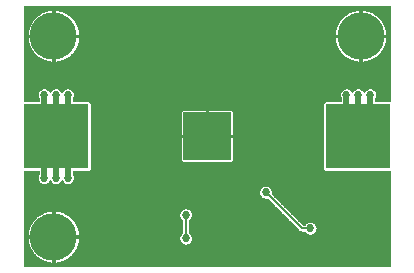
<source format=gbl>
%FSLAX33Y33*%
%MOMM*%
%AMRect-W5500000-H5500000-RO1.000*
21,1,5.5,5.5,0.,0.,180*%
%AMRect-W4000000-H4000000-RO1.000*
21,1,4.,4.,0.,0.,180*%
%ADD10C,0.0508*%
%ADD11C,0.508*%
%ADD12C,0.1524*%
%ADD13C,0.68834*%
%ADD14Rect-W5500000-H5500000-RO1.000*%
%ADD15Rect-W4000000-H4000000-RO1.000*%
%ADD16C,4.*%
D10*
%LNpour fill*%
G01*
X31500Y8546D02*
X31500Y8546D01*
X26050Y8546*
X26050Y8546*
X26018Y8548*
X26018Y8548*
X25987Y8556*
X25987Y8556*
X25957Y8568*
X25957Y8568*
X25930Y8585*
X25930Y8585*
X25905Y8605*
X25905Y8605*
X25885Y8630*
X25885Y8630*
X25868Y8657*
X25868Y8657*
X25856Y8687*
X25856Y8687*
X25848Y8718*
X25848Y8718*
X25846Y8750*
X25846Y8750*
X25846Y14250*
X25846Y14250*
X25848Y14282*
X25848Y14282*
X25856Y14313*
X25856Y14313*
X25868Y14343*
X25868Y14343*
X25885Y14370*
X25885Y14370*
X25905Y14395*
X25905Y14395*
X25930Y14415*
X25930Y14415*
X25957Y14432*
X25957Y14432*
X25987Y14444*
X25987Y14444*
X26018Y14452*
X26018Y14452*
X26050Y14454*
X26050Y14454*
X27342Y14454*
X27342Y14705*
X27314Y14745*
X27314Y14745*
X27267Y14869*
X27267Y14869*
X27251Y15000*
X27251Y15000*
X27267Y15131*
X27267Y15131*
X27314Y15255*
X27314Y15255*
X27389Y15364*
X27389Y15364*
X27488Y15452*
X27488Y15452*
X27605Y15513*
X27605Y15513*
X27734Y15545*
X27734Y15545*
X27866Y15545*
X27866Y15545*
X27995Y15513*
X27995Y15513*
X28112Y15452*
X28112Y15452*
X28211Y15364*
X28211Y15364*
X28300Y15234*
X28389Y15364*
X28389Y15364*
X28488Y15452*
X28488Y15452*
X28605Y15513*
X28605Y15513*
X28734Y15545*
X28734Y15545*
X28866Y15545*
X28866Y15545*
X28995Y15513*
X28995Y15513*
X29112Y15452*
X29112Y15452*
X29211Y15364*
X29211Y15364*
X29300Y15234*
X29389Y15364*
X29389Y15364*
X29488Y15452*
X29488Y15452*
X29605Y15513*
X29605Y15513*
X29734Y15545*
X29734Y15545*
X29866Y15545*
X29866Y15545*
X29995Y15513*
X29995Y15513*
X30112Y15452*
X30112Y15452*
X30211Y15364*
X30211Y15364*
X30286Y15255*
X30286Y15255*
X30333Y15131*
X30333Y15131*
X30349Y15000*
X30349Y15000*
X30333Y14869*
X30333Y14869*
X30286Y14745*
X30286Y14745*
X30258Y14705*
X30258Y14454*
X31500Y14454*
X31500Y22500*
X0500Y22500*
X0500Y14454*
X1742Y14454*
X1742Y14705*
X1714Y14745*
X1714Y14745*
X1667Y14869*
X1667Y14869*
X1651Y15000*
X1651Y15000*
X1667Y15131*
X1667Y15131*
X1714Y15255*
X1714Y15255*
X1789Y15364*
X1789Y15364*
X1888Y15452*
X1888Y15452*
X2005Y15513*
X2005Y15513*
X2134Y15545*
X2134Y15545*
X2266Y15545*
X2266Y15545*
X2395Y15513*
X2395Y15513*
X2512Y15452*
X2512Y15452*
X2611Y15364*
X2611Y15364*
X2700Y15234*
X2789Y15364*
X2789Y15364*
X2888Y15452*
X2888Y15452*
X3005Y15513*
X3005Y15513*
X3134Y15545*
X3134Y15545*
X3266Y15545*
X3266Y15545*
X3395Y15513*
X3395Y15513*
X3512Y15452*
X3512Y15452*
X3611Y15364*
X3611Y15364*
X3700Y15234*
X3789Y15364*
X3789Y15364*
X3888Y15452*
X3888Y15452*
X4005Y15513*
X4005Y15513*
X4134Y15545*
X4134Y15545*
X4266Y15545*
X4266Y15545*
X4395Y15513*
X4395Y15513*
X4512Y15452*
X4512Y15452*
X4611Y15364*
X4611Y15364*
X4686Y15255*
X4686Y15255*
X4733Y15131*
X4733Y15131*
X4749Y15000*
X4749Y15000*
X4733Y14869*
X4733Y14869*
X4686Y14745*
X4686Y14745*
X4658Y14705*
X4658Y14454*
X5950Y14454*
X5950Y14454*
X5982Y14452*
X5982Y14452*
X6013Y14444*
X6013Y14444*
X6043Y14432*
X6043Y14432*
X6070Y14415*
X6070Y14415*
X6095Y14395*
X6095Y14395*
X6115Y14370*
X6115Y14370*
X6132Y14343*
X6132Y14343*
X6144Y14313*
X6144Y14313*
X6152Y14282*
X6152Y14282*
X6154Y14250*
X6154Y14250*
X6154Y8750*
X6154Y8750*
X6152Y8718*
X6152Y8718*
X6144Y8687*
X6144Y8687*
X6132Y8657*
X6132Y8657*
X6115Y8630*
X6115Y8630*
X6095Y8605*
X6095Y8605*
X6070Y8585*
X6070Y8585*
X6043Y8568*
X6043Y8568*
X6013Y8556*
X6013Y8556*
X5982Y8548*
X5982Y8548*
X5950Y8546*
X5950Y8546*
X4658Y8546*
X4658Y8295*
X4686Y8255*
X4686Y8255*
X4733Y8131*
X4733Y8131*
X4749Y8000*
X4749Y8000*
X4733Y7869*
X4733Y7869*
X4686Y7745*
X4686Y7745*
X4611Y7636*
X4611Y7636*
X4512Y7548*
X4512Y7548*
X4395Y7487*
X4395Y7487*
X4266Y7455*
X4266Y7455*
X4134Y7455*
X4134Y7455*
X4005Y7487*
X4005Y7487*
X3888Y7548*
X3888Y7548*
X3789Y7636*
X3789Y7636*
X3700Y7766*
X3611Y7636*
X3611Y7636*
X3512Y7548*
X3512Y7548*
X3395Y7487*
X3395Y7487*
X3266Y7455*
X3266Y7455*
X3134Y7455*
X3134Y7455*
X3005Y7487*
X3005Y7487*
X2888Y7548*
X2888Y7548*
X2789Y7636*
X2789Y7636*
X2700Y7766*
X2611Y7636*
X2611Y7636*
X2512Y7548*
X2512Y7548*
X2395Y7487*
X2395Y7487*
X2266Y7455*
X2266Y7455*
X2134Y7455*
X2134Y7455*
X2005Y7487*
X2005Y7487*
X1888Y7548*
X1888Y7548*
X1789Y7636*
X1789Y7636*
X1714Y7745*
X1714Y7745*
X1667Y7869*
X1667Y7869*
X1651Y8000*
X1651Y8000*
X1667Y8131*
X1667Y8131*
X1714Y8255*
X1714Y8255*
X1742Y8295*
X1742Y8546*
X0500Y8546*
X0500Y0500*
X31500Y0500*
X31500Y8546*
X2898Y17807D02*
X2510Y17851D01*
X2044Y18014*
X1626Y18277*
X1277Y18626*
X1014Y19044*
X0851Y19510*
X0807Y19898*
X1051Y19898*
X1051Y20102*
X0807Y20102*
X0851Y20490*
X1014Y20956*
X1277Y21374*
X1626Y21723*
X2044Y21986*
X2510Y22149*
X2898Y22193*
X2898Y21949*
X3102Y21949*
X3102Y22193*
X3490Y22149*
X3956Y21986*
X4374Y21723*
X4723Y21374*
X4986Y20956*
X5149Y20490*
X5193Y20102*
X4949Y20102*
X4949Y19898*
X5193Y19898*
X5149Y19510*
X4986Y19044*
X4723Y18626*
X4374Y18277*
X3956Y18014*
X3490Y17851*
X3102Y17807*
X3102Y18051*
X2898Y18051*
X2898Y17807*
X29102Y17807D02*
X29102Y18051D01*
X28898Y18051*
X28898Y17807*
X28510Y17851*
X28044Y18014*
X27626Y18277*
X27277Y18626*
X27014Y19044*
X26851Y19510*
X26807Y19898*
X27051Y19898*
X27051Y20102*
X26807Y20102*
X26851Y20490*
X27014Y20956*
X27277Y21374*
X27626Y21723*
X28044Y21986*
X28510Y22149*
X28898Y22193*
X28898Y21949*
X29102Y21949*
X29102Y22193*
X29490Y22149*
X29956Y21986*
X30374Y21723*
X30723Y21374*
X30986Y20956*
X31149Y20490*
X31193Y20102*
X30949Y20102*
X30949Y19898*
X31193Y19898*
X31149Y19510*
X30986Y19044*
X30723Y18626*
X30374Y18277*
X29956Y18014*
X29490Y17851*
X29102Y17807*
X18000Y9296D02*
X14000Y9296D01*
X13968Y9298*
X13937Y9306*
X13907Y9318*
X13880Y9335*
X13856Y9356*
X13835Y9380*
X13818Y9407*
X13806Y9437*
X13798Y9468*
X13796Y9500*
X13796Y11398*
X14051Y11398*
X14051Y11602*
X13796Y11602*
X13796Y13500*
X13798Y13532*
X13806Y13563*
X13818Y13593*
X13835Y13620*
X13856Y13644*
X13880Y13665*
X13907Y13682*
X13937Y13694*
X13968Y13702*
X14000Y13704*
X15898Y13704*
X15898Y13449*
X16102Y13449*
X16102Y13704*
X18000Y13704*
X18032Y13702*
X18063Y13694*
X18093Y13682*
X18120Y13665*
X18144Y13644*
X18165Y13620*
X18182Y13593*
X18194Y13563*
X18202Y13532*
X18204Y13500*
X18204Y11602*
X17949Y11602*
X17949Y11398*
X18204Y11398*
X18204Y9500*
X18202Y9468*
X18194Y9437*
X18182Y9407*
X18165Y9380*
X18144Y9356*
X18120Y9335*
X18093Y9318*
X18063Y9306*
X18032Y9298*
X18000Y9296*
X24801Y3164D02*
X24669Y3164D01*
X24541Y3196*
X24424Y3257*
X24325Y3345*
X24267Y3428*
X24003Y3428*
X23987Y3430*
X23972Y3430*
X23956Y3433*
X23941Y3435*
X23926Y3440*
X23910Y3444*
X23896Y3451*
X23881Y3456*
X23868Y3464*
X23854Y3471*
X23842Y3481*
X23828Y3489*
X23817Y3500*
X23805Y3510*
X21087Y6228*
X21021Y6212*
X20889Y6212*
X20761Y6244*
X20643Y6305*
X20545Y6393*
X20469Y6502*
X20423Y6625*
X20407Y6756*
X20423Y6888*
X20469Y7011*
X20545Y7120*
X20643Y7208*
X20761Y7269*
X20889Y7301*
X21021Y7301*
X21149Y7269*
X21267Y7208*
X21365Y7120*
X21441Y7011*
X21487Y6888*
X21503Y6756*
X21487Y6621*
X24119Y3989*
X24267Y3989*
X24325Y4072*
X24424Y4160*
X24541Y4221*
X24669Y4253*
X24801Y4253*
X24930Y4221*
X25047Y4160*
X25146Y4072*
X25221Y3963*
X25268Y3840*
X25284Y3708*
X25268Y3577*
X25221Y3454*
X25146Y3345*
X25047Y3257*
X24930Y3196*
X24801Y3164*
X14266Y2306D02*
X14134Y2306D01*
X14006Y2337*
X13888Y2399*
X13790Y2486*
X13714Y2595*
X13668Y2719*
X13652Y2850*
X13668Y2981*
X13714Y3105*
X13790Y3214*
X13888Y3301*
X13920Y3318*
X13920Y4382*
X13888Y4399*
X13790Y4486*
X13714Y4595*
X13668Y4719*
X13652Y4850*
X13668Y4981*
X13714Y5105*
X13790Y5214*
X13888Y5301*
X14006Y5363*
X14134Y5394*
X14266Y5394*
X14394Y5363*
X14512Y5301*
X14610Y5214*
X14686Y5105*
X14732Y4981*
X14748Y4850*
X14732Y4719*
X14686Y4595*
X14610Y4486*
X14512Y4399*
X14480Y4382*
X14480Y3318*
X14512Y3301*
X14610Y3214*
X14686Y3105*
X14732Y2981*
X14748Y2850*
X14732Y2719*
X14686Y2595*
X14610Y2486*
X14512Y2399*
X14394Y2337*
X14266Y2306*
X2898Y0807D02*
X2510Y0851D01*
X2044Y1014*
X1626Y1277*
X1277Y1626*
X1014Y2044*
X0851Y2510*
X0807Y2898*
X1051Y2898*
X1051Y3102*
X0807Y3102*
X0851Y3490*
X1014Y3956*
X1277Y4374*
X1626Y4723*
X2044Y4986*
X2510Y5149*
X2898Y5193*
X2898Y4949*
X3102Y4949*
X3102Y5193*
X3490Y5149*
X3956Y4986*
X4374Y4723*
X4723Y4374*
X4986Y3956*
X5149Y3490*
X5193Y3102*
X4949Y3102*
X4949Y2898*
X5193Y2898*
X5149Y2510*
X4986Y2044*
X4723Y1626*
X4374Y1277*
X3956Y1014*
X3490Y0851*
X3102Y0807*
X3102Y1051*
X2898Y1051*
X2898Y0807*
X0500Y0550D02*
X31500Y0550D01*
X0500Y0599D02*
X31500Y0599D01*
X0500Y0649D02*
X31500Y0649D01*
X0500Y0698D02*
X31500Y0698D01*
X0500Y0748D02*
X31500Y0748D01*
X0500Y0797D02*
X31500Y0797D01*
X0500Y0847D02*
X2546Y0847D01*
X2899Y0847D02*
X3101Y0847D01*
X3454Y0847D02*
X31500Y0847D01*
X0500Y0896D02*
X2380Y0896D01*
X2899Y0896D02*
X3101Y0896D01*
X3620Y0896D02*
X31500Y0896D01*
X0500Y0946D02*
X2238Y0946D01*
X2899Y0946D02*
X3101Y0946D01*
X3762Y0946D02*
X31500Y0946D01*
X0500Y0995D02*
X2097Y0995D01*
X2899Y0995D02*
X3101Y0995D01*
X3903Y0995D02*
X31500Y0995D01*
X0500Y1045D02*
X1994Y1045D01*
X2899Y1045D02*
X3101Y1045D01*
X4006Y1045D02*
X31500Y1045D01*
X0500Y1094D02*
X1915Y1094D01*
X4085Y1094D02*
X31500Y1094D01*
X0500Y1144D02*
X1837Y1144D01*
X4163Y1144D02*
X31500Y1144D01*
X0500Y1193D02*
X1758Y1193D01*
X4242Y1193D02*
X31500Y1193D01*
X0500Y1243D02*
X1679Y1243D01*
X4321Y1243D02*
X31500Y1243D01*
X0500Y1292D02*
X1610Y1292D01*
X4390Y1292D02*
X31500Y1292D01*
X0500Y1342D02*
X1560Y1342D01*
X4440Y1342D02*
X31500Y1342D01*
X0500Y1392D02*
X1510Y1392D01*
X4490Y1392D02*
X31500Y1392D01*
X0500Y1441D02*
X1461Y1441D01*
X4539Y1441D02*
X31500Y1441D01*
X0500Y1491D02*
X1411Y1491D01*
X4589Y1491D02*
X31500Y1491D01*
X0500Y1540D02*
X1362Y1540D01*
X4638Y1540D02*
X31500Y1540D01*
X0500Y1590D02*
X1312Y1590D01*
X4688Y1590D02*
X31500Y1590D01*
X0500Y1639D02*
X1268Y1639D01*
X4732Y1639D02*
X31500Y1639D01*
X0500Y1689D02*
X1237Y1689D01*
X4763Y1689D02*
X31500Y1689D01*
X0500Y1738D02*
X1206Y1738D01*
X4794Y1738D02*
X31500Y1738D01*
X0500Y1788D02*
X1175Y1788D01*
X4825Y1788D02*
X31500Y1788D01*
X0500Y1837D02*
X1143Y1837D01*
X4857Y1837D02*
X31500Y1837D01*
X0500Y1887D02*
X1112Y1887D01*
X4888Y1887D02*
X31500Y1887D01*
X0500Y1936D02*
X1081Y1936D01*
X4919Y1936D02*
X31500Y1936D01*
X0500Y1986D02*
X1050Y1986D01*
X4950Y1986D02*
X31500Y1986D01*
X0500Y2035D02*
X1019Y2035D01*
X4981Y2035D02*
X31500Y2035D01*
X0500Y2085D02*
X0999Y2085D01*
X5001Y2085D02*
X31500Y2085D01*
X0500Y2134D02*
X0982Y2134D01*
X5018Y2134D02*
X31500Y2134D01*
X0500Y2184D02*
X0965Y2184D01*
X5035Y2184D02*
X31500Y2184D01*
X0500Y2234D02*
X0947Y2234D01*
X5053Y2234D02*
X31500Y2234D01*
X0500Y2283D02*
X0930Y2283D01*
X5070Y2283D02*
X31500Y2283D01*
X0500Y2333D02*
X0913Y2333D01*
X5087Y2333D02*
X14023Y2333D01*
X14377Y2333D02*
X31500Y2333D01*
X0500Y2382D02*
X0895Y2382D01*
X5105Y2382D02*
X13919Y2382D01*
X14481Y2382D02*
X31500Y2382D01*
X0500Y2432D02*
X0878Y2432D01*
X5122Y2432D02*
X13851Y2432D01*
X14549Y2432D02*
X31500Y2432D01*
X0500Y2481D02*
X0861Y2481D01*
X5139Y2481D02*
X13795Y2481D01*
X14605Y2481D02*
X31500Y2481D01*
X0500Y2531D02*
X0848Y2531D01*
X5152Y2531D02*
X13759Y2531D01*
X14641Y2531D02*
X31500Y2531D01*
X0500Y2580D02*
X0843Y2580D01*
X5157Y2580D02*
X13724Y2580D01*
X14676Y2580D02*
X31500Y2580D01*
X0500Y2630D02*
X0837Y2630D01*
X5163Y2630D02*
X13701Y2630D01*
X14699Y2630D02*
X31500Y2630D01*
X0500Y2679D02*
X0832Y2679D01*
X5168Y2679D02*
X13682Y2679D01*
X14718Y2679D02*
X31500Y2679D01*
X0500Y2729D02*
X0826Y2729D01*
X5174Y2729D02*
X13666Y2729D01*
X14734Y2729D02*
X31500Y2729D01*
X0500Y2778D02*
X0821Y2778D01*
X5179Y2778D02*
X13660Y2778D01*
X14740Y2778D02*
X31500Y2778D01*
X0500Y2828D02*
X0815Y2828D01*
X5185Y2828D02*
X13654Y2828D01*
X14746Y2828D02*
X31500Y2828D01*
X0500Y2877D02*
X0809Y2877D01*
X5191Y2877D02*
X13655Y2877D01*
X14745Y2877D02*
X31500Y2877D01*
X0500Y2927D02*
X1051Y2927D01*
X4949Y2927D02*
X13661Y2927D01*
X14739Y2927D02*
X31500Y2927D01*
X0500Y2977D02*
X1051Y2977D01*
X4949Y2977D02*
X13667Y2977D01*
X14733Y2977D02*
X31500Y2977D01*
X0500Y3026D02*
X1051Y3026D01*
X4949Y3026D02*
X13684Y3026D01*
X14716Y3026D02*
X31500Y3026D01*
X0500Y3076D02*
X1051Y3076D01*
X4949Y3076D02*
X13703Y3076D01*
X14697Y3076D02*
X31500Y3076D01*
X0500Y3125D02*
X0810Y3125D01*
X5190Y3125D02*
X13728Y3125D01*
X14672Y3125D02*
X31500Y3125D01*
X0500Y3175D02*
X0815Y3175D01*
X5185Y3175D02*
X13762Y3175D01*
X14638Y3175D02*
X24625Y3175D01*
X24846Y3175D02*
X31500Y3175D01*
X0500Y3224D02*
X0821Y3224D01*
X5179Y3224D02*
X13801Y3224D01*
X14599Y3224D02*
X24486Y3224D01*
X24985Y3224D02*
X31500Y3224D01*
X0500Y3274D02*
X0826Y3274D01*
X5174Y3274D02*
X13857Y3274D01*
X14543Y3274D02*
X24405Y3274D01*
X25066Y3274D02*
X31500Y3274D01*
X0500Y3323D02*
X0832Y3323D01*
X5168Y3323D02*
X13919Y3323D01*
X14481Y3323D02*
X24349Y3323D01*
X25122Y3323D02*
X31500Y3323D01*
X0500Y3373D02*
X0838Y3373D01*
X5162Y3373D02*
X13919Y3373D01*
X14481Y3373D02*
X24305Y3373D01*
X25165Y3373D02*
X31500Y3373D01*
X0500Y3422D02*
X0843Y3422D01*
X5157Y3422D02*
X13919Y3422D01*
X14481Y3422D02*
X24271Y3422D01*
X25200Y3422D02*
X31500Y3422D01*
X0500Y3472D02*
X0849Y3472D01*
X5151Y3472D02*
X13919Y3472D01*
X14481Y3472D02*
X23852Y3472D01*
X25228Y3472D02*
X31500Y3472D01*
X0500Y3521D02*
X0862Y3521D01*
X5138Y3521D02*
X13919Y3521D01*
X14481Y3521D02*
X23793Y3521D01*
X25247Y3521D02*
X31500Y3521D01*
X0500Y3571D02*
X0879Y3571D01*
X5121Y3571D02*
X13919Y3571D01*
X14481Y3571D02*
X23744Y3571D01*
X25266Y3571D02*
X31500Y3571D01*
X0500Y3620D02*
X0896Y3620D01*
X5104Y3620D02*
X13919Y3620D01*
X14481Y3620D02*
X23694Y3620D01*
X25273Y3620D02*
X31500Y3620D01*
X0500Y3670D02*
X0914Y3670D01*
X5086Y3670D02*
X13919Y3670D01*
X14481Y3670D02*
X23645Y3670D01*
X25279Y3670D02*
X31500Y3670D01*
X0500Y3719D02*
X0931Y3719D01*
X5069Y3719D02*
X13919Y3719D01*
X14481Y3719D02*
X23595Y3719D01*
X25283Y3719D02*
X31500Y3719D01*
X0500Y3769D02*
X0948Y3769D01*
X5052Y3769D02*
X13919Y3769D01*
X14481Y3769D02*
X23546Y3769D01*
X25277Y3769D02*
X31500Y3769D01*
X0500Y3819D02*
X0966Y3819D01*
X5034Y3819D02*
X13919Y3819D01*
X14481Y3819D02*
X23496Y3819D01*
X25271Y3819D02*
X31500Y3819D01*
X0500Y3868D02*
X0983Y3868D01*
X5017Y3868D02*
X13919Y3868D01*
X14481Y3868D02*
X23446Y3868D01*
X25257Y3868D02*
X31500Y3868D01*
X0500Y3918D02*
X1000Y3918D01*
X5000Y3918D02*
X13919Y3918D01*
X14481Y3918D02*
X23397Y3918D01*
X25238Y3918D02*
X31500Y3918D01*
X0500Y3967D02*
X1021Y3967D01*
X4979Y3967D02*
X13919Y3967D01*
X14481Y3967D02*
X23347Y3967D01*
X25219Y3967D02*
X31500Y3967D01*
X0500Y4017D02*
X1052Y4017D01*
X4948Y4017D02*
X13919Y4017D01*
X14481Y4017D02*
X23298Y4017D01*
X24092Y4017D02*
X24286Y4017D01*
X25184Y4017D02*
X31500Y4017D01*
X0500Y4066D02*
X1083Y4066D01*
X4917Y4066D02*
X13919Y4066D01*
X14481Y4066D02*
X23248Y4066D01*
X24042Y4066D02*
X24321Y4066D01*
X25150Y4066D02*
X31500Y4066D01*
X0500Y4116D02*
X1114Y4116D01*
X4886Y4116D02*
X13919Y4116D01*
X14481Y4116D02*
X23199Y4116D01*
X23993Y4116D02*
X24374Y4116D01*
X25097Y4116D02*
X31500Y4116D01*
X0500Y4165D02*
X1145Y4165D01*
X4855Y4165D02*
X13919Y4165D01*
X14481Y4165D02*
X23149Y4165D01*
X23943Y4165D02*
X24434Y4165D01*
X25037Y4165D02*
X31500Y4165D01*
X0500Y4215D02*
X1176Y4215D01*
X4824Y4215D02*
X13919Y4215D01*
X14481Y4215D02*
X23100Y4215D01*
X23894Y4215D02*
X24528Y4215D01*
X24942Y4215D02*
X31500Y4215D01*
X0500Y4264D02*
X1207Y4264D01*
X4793Y4264D02*
X13919Y4264D01*
X14481Y4264D02*
X23050Y4264D01*
X23844Y4264D02*
X31500Y4264D01*
X0500Y4314D02*
X1238Y4314D01*
X4762Y4314D02*
X13919Y4314D01*
X14481Y4314D02*
X23001Y4314D01*
X23794Y4314D02*
X31500Y4314D01*
X0500Y4363D02*
X1270Y4363D01*
X4730Y4363D02*
X13919Y4363D01*
X14481Y4363D02*
X22951Y4363D01*
X23745Y4363D02*
X31500Y4363D01*
X0500Y4413D02*
X1315Y4413D01*
X4685Y4413D02*
X13872Y4413D01*
X14528Y4413D02*
X22902Y4413D01*
X23695Y4413D02*
X31500Y4413D01*
X0500Y4462D02*
X1364Y4462D01*
X4636Y4462D02*
X13816Y4462D01*
X14584Y4462D02*
X22852Y4462D01*
X23646Y4462D02*
X31500Y4462D01*
X0500Y4512D02*
X1414Y4512D01*
X4586Y4512D02*
X13772Y4512D01*
X14628Y4512D02*
X22803Y4512D01*
X23596Y4512D02*
X31500Y4512D01*
X0500Y4561D02*
X1463Y4561D01*
X4537Y4561D02*
X13737Y4561D01*
X14663Y4561D02*
X22753Y4561D01*
X23547Y4561D02*
X31500Y4561D01*
X0500Y4611D02*
X1513Y4611D01*
X4487Y4611D02*
X13708Y4611D01*
X14692Y4611D02*
X22704Y4611D01*
X23497Y4611D02*
X31500Y4611D01*
X0500Y4661D02*
X1563Y4661D01*
X4437Y4661D02*
X13689Y4661D01*
X14711Y4661D02*
X22654Y4661D01*
X23448Y4661D02*
X31500Y4661D01*
X0500Y4710D02*
X1612Y4710D01*
X4388Y4710D02*
X13671Y4710D01*
X14729Y4710D02*
X22604Y4710D01*
X23398Y4710D02*
X31500Y4710D01*
X0500Y4760D02*
X1683Y4760D01*
X4317Y4760D02*
X13662Y4760D01*
X14738Y4760D02*
X22555Y4760D01*
X23349Y4760D02*
X31500Y4760D01*
X0500Y4809D02*
X1762Y4809D01*
X4238Y4809D02*
X13656Y4809D01*
X14744Y4809D02*
X22505Y4809D01*
X23299Y4809D02*
X31500Y4809D01*
X0500Y4859D02*
X1841Y4859D01*
X4159Y4859D02*
X13652Y4859D01*
X14748Y4859D02*
X22456Y4859D01*
X23250Y4859D02*
X31500Y4859D01*
X0500Y4908D02*
X1919Y4908D01*
X4081Y4908D02*
X13658Y4908D01*
X14742Y4908D02*
X22406Y4908D01*
X23200Y4908D02*
X31500Y4908D01*
X0500Y4958D02*
X1998Y4958D01*
X2899Y4958D02*
X3101Y4958D01*
X4002Y4958D02*
X13664Y4958D01*
X14736Y4958D02*
X22357Y4958D01*
X23151Y4958D02*
X31500Y4958D01*
X0500Y5007D02*
X2104Y5007D01*
X2899Y5007D02*
X3101Y5007D01*
X3896Y5007D02*
X13677Y5007D01*
X14723Y5007D02*
X22307Y5007D01*
X23101Y5007D02*
X31500Y5007D01*
X0500Y5057D02*
X2245Y5057D01*
X2899Y5057D02*
X3101Y5057D01*
X3755Y5057D02*
X13696Y5057D01*
X14704Y5057D02*
X22258Y5057D01*
X23052Y5057D02*
X31500Y5057D01*
X0500Y5106D02*
X2387Y5106D01*
X2899Y5106D02*
X3101Y5106D01*
X3613Y5106D02*
X13715Y5106D01*
X14685Y5106D02*
X22208Y5106D01*
X23002Y5106D02*
X31500Y5106D01*
X0500Y5156D02*
X2568Y5156D01*
X2899Y5156D02*
X3101Y5156D01*
X3432Y5156D02*
X13749Y5156D01*
X14651Y5156D02*
X22159Y5156D01*
X22952Y5156D02*
X31500Y5156D01*
X0500Y5205D02*
X13784Y5205D01*
X14616Y5205D02*
X22109Y5205D01*
X22903Y5205D02*
X31500Y5205D01*
X0500Y5255D02*
X13836Y5255D01*
X14564Y5255D02*
X22060Y5255D01*
X22853Y5255D02*
X31500Y5255D01*
X0500Y5304D02*
X13894Y5304D01*
X14506Y5304D02*
X22010Y5304D01*
X22804Y5304D02*
X31500Y5304D01*
X0500Y5354D02*
X13988Y5354D01*
X14412Y5354D02*
X21961Y5354D01*
X22754Y5354D02*
X31500Y5354D01*
X0500Y5403D02*
X21911Y5403D01*
X22705Y5403D02*
X31500Y5403D01*
X0500Y5453D02*
X21861Y5453D01*
X22655Y5453D02*
X31500Y5453D01*
X0500Y5503D02*
X21812Y5503D01*
X22606Y5503D02*
X31500Y5503D01*
X0500Y5552D02*
X21762Y5552D01*
X22556Y5552D02*
X31500Y5552D01*
X0500Y5602D02*
X21713Y5602D01*
X22507Y5602D02*
X31500Y5602D01*
X0500Y5651D02*
X21663Y5651D01*
X22457Y5651D02*
X31500Y5651D01*
X0500Y5701D02*
X21614Y5701D01*
X22408Y5701D02*
X31500Y5701D01*
X0500Y5750D02*
X21564Y5750D01*
X22358Y5750D02*
X31500Y5750D01*
X0500Y5800D02*
X21515Y5800D01*
X22309Y5800D02*
X31500Y5800D01*
X0500Y5849D02*
X21465Y5849D01*
X22259Y5849D02*
X31500Y5849D01*
X0500Y5899D02*
X21416Y5899D01*
X22210Y5899D02*
X31500Y5899D01*
X0500Y5948D02*
X21366Y5948D01*
X22160Y5948D02*
X31500Y5948D01*
X0500Y5998D02*
X21317Y5998D01*
X22110Y5998D02*
X31500Y5998D01*
X0500Y6047D02*
X21267Y6047D01*
X22061Y6047D02*
X31500Y6047D01*
X0500Y6097D02*
X21218Y6097D01*
X22011Y6097D02*
X31500Y6097D01*
X0500Y6146D02*
X21168Y6146D01*
X21962Y6146D02*
X31500Y6146D01*
X0500Y6196D02*
X21119Y6196D01*
X21912Y6196D02*
X31500Y6196D01*
X0500Y6245D02*
X20757Y6245D01*
X21863Y6245D02*
X31500Y6245D01*
X0500Y6295D02*
X20662Y6295D01*
X21813Y6295D02*
X31500Y6295D01*
X0500Y6345D02*
X20599Y6345D01*
X21764Y6345D02*
X31500Y6345D01*
X0500Y6394D02*
X20543Y6394D01*
X21714Y6394D02*
X31500Y6394D01*
X0500Y6444D02*
X20509Y6444D01*
X21665Y6444D02*
X31500Y6444D01*
X0500Y6493D02*
X20475Y6493D01*
X21615Y6493D02*
X31500Y6493D01*
X0500Y6543D02*
X20454Y6543D01*
X21566Y6543D02*
X31500Y6543D01*
X0500Y6592D02*
X20435Y6592D01*
X21516Y6592D02*
X31500Y6592D01*
X0500Y6642D02*
X20420Y6642D01*
X21490Y6642D02*
X31500Y6642D01*
X0500Y6691D02*
X20414Y6691D01*
X21496Y6691D02*
X31500Y6691D01*
X0500Y6741D02*
X20408Y6741D01*
X21502Y6741D02*
X31500Y6741D01*
X0500Y6790D02*
X20410Y6790D01*
X21500Y6790D02*
X31500Y6790D01*
X0500Y6840D02*
X20417Y6840D01*
X21493Y6840D02*
X31500Y6840D01*
X0500Y6889D02*
X20423Y6889D01*
X21487Y6889D02*
X31500Y6889D01*
X0500Y6939D02*
X20442Y6939D01*
X21468Y6939D02*
X31500Y6939D01*
X0500Y6988D02*
X20461Y6988D01*
X21449Y6988D02*
X31500Y6988D01*
X0500Y7038D02*
X20488Y7038D01*
X21422Y7038D02*
X31500Y7038D01*
X0500Y7087D02*
X20522Y7087D01*
X21388Y7087D02*
X31500Y7087D01*
X0500Y7137D02*
X20563Y7137D01*
X21347Y7137D02*
X31500Y7137D01*
X0500Y7187D02*
X20619Y7187D01*
X21291Y7187D02*
X31500Y7187D01*
X0500Y7236D02*
X20697Y7236D01*
X21213Y7236D02*
X31500Y7236D01*
X0500Y7286D02*
X20826Y7286D01*
X21084Y7286D02*
X31500Y7286D01*
X0500Y7335D02*
X31500Y7335D01*
X0500Y7385D02*
X31500Y7385D01*
X0500Y7434D02*
X31500Y7434D01*
X0500Y7484D02*
X2020Y7484D01*
X2380Y7484D02*
X3020Y7484D01*
X3380Y7484D02*
X4020Y7484D01*
X4380Y7484D02*
X31500Y7484D01*
X0500Y7533D02*
X1918Y7533D01*
X2482Y7533D02*
X2918Y7533D01*
X3482Y7533D02*
X3918Y7533D01*
X4482Y7533D02*
X31500Y7533D01*
X0500Y7583D02*
X1850Y7583D01*
X2550Y7583D02*
X2850Y7583D01*
X3550Y7583D02*
X3850Y7583D01*
X4550Y7583D02*
X31500Y7583D01*
X0500Y7632D02*
X1794Y7632D01*
X2606Y7632D02*
X2794Y7632D01*
X3606Y7632D02*
X3794Y7632D01*
X4606Y7632D02*
X31500Y7632D01*
X0500Y7682D02*
X1758Y7682D01*
X2642Y7682D02*
X2758Y7682D01*
X3642Y7682D02*
X3758Y7682D01*
X4642Y7682D02*
X31500Y7682D01*
X0500Y7731D02*
X1724Y7731D01*
X2676Y7731D02*
X2724Y7731D01*
X3676Y7731D02*
X3724Y7731D01*
X4676Y7731D02*
X31500Y7731D01*
X0500Y7781D02*
X1701Y7781D01*
X4699Y7781D02*
X31500Y7781D01*
X0500Y7830D02*
X1682Y7830D01*
X4718Y7830D02*
X31500Y7830D01*
X0500Y7880D02*
X1666Y7880D01*
X4734Y7880D02*
X31500Y7880D01*
X0500Y7929D02*
X1660Y7929D01*
X4740Y7929D02*
X31500Y7929D01*
X0500Y7979D02*
X1654Y7979D01*
X4746Y7979D02*
X31500Y7979D01*
X0500Y8029D02*
X1655Y8029D01*
X4745Y8029D02*
X31500Y8029D01*
X0500Y8078D02*
X1661Y8078D01*
X4739Y8078D02*
X31500Y8078D01*
X0500Y8128D02*
X1667Y8128D01*
X4733Y8128D02*
X31500Y8128D01*
X0500Y8177D02*
X1685Y8177D01*
X4715Y8177D02*
X31500Y8177D01*
X0500Y8227D02*
X1704Y8227D01*
X4696Y8227D02*
X31500Y8227D01*
X0500Y8276D02*
X1729Y8276D01*
X4671Y8276D02*
X31500Y8276D01*
X0500Y8326D02*
X1742Y8326D01*
X4658Y8326D02*
X31500Y8326D01*
X0500Y8375D02*
X1742Y8375D01*
X4658Y8375D02*
X31500Y8375D01*
X0500Y8425D02*
X1742Y8425D01*
X4658Y8425D02*
X31500Y8425D01*
X0500Y8474D02*
X1742Y8474D01*
X4658Y8474D02*
X31500Y8474D01*
X0500Y8524D02*
X1742Y8524D01*
X4658Y8524D02*
X31500Y8524D01*
X6051Y8573D02*
X25949Y8573D01*
X6109Y8623D02*
X25891Y8623D01*
X6138Y8672D02*
X25862Y8672D01*
X6152Y8722D02*
X25848Y8722D01*
X6154Y8772D02*
X25846Y8772D01*
X6154Y8821D02*
X25846Y8821D01*
X6154Y8871D02*
X25846Y8871D01*
X6154Y8920D02*
X25846Y8920D01*
X6154Y8970D02*
X25846Y8970D01*
X6154Y9019D02*
X25846Y9019D01*
X6154Y9069D02*
X25846Y9069D01*
X6154Y9118D02*
X25846Y9118D01*
X6154Y9168D02*
X25846Y9168D01*
X6154Y9217D02*
X25846Y9217D01*
X6154Y9267D02*
X25846Y9267D01*
X6154Y9316D02*
X13911Y9316D01*
X18089Y9316D02*
X25846Y9316D01*
X6154Y9366D02*
X13847Y9366D01*
X18153Y9366D02*
X25846Y9366D01*
X6154Y9415D02*
X13814Y9415D01*
X18186Y9415D02*
X25846Y9415D01*
X6154Y9465D02*
X13799Y9465D01*
X18201Y9465D02*
X25846Y9465D01*
X6154Y9514D02*
X13796Y9514D01*
X18204Y9514D02*
X25846Y9514D01*
X6154Y9564D02*
X13796Y9564D01*
X18204Y9564D02*
X25846Y9564D01*
X6154Y9614D02*
X13796Y9614D01*
X18204Y9614D02*
X25846Y9614D01*
X6154Y9663D02*
X13796Y9663D01*
X18204Y9663D02*
X25846Y9663D01*
X6154Y9713D02*
X13796Y9713D01*
X18204Y9713D02*
X25846Y9713D01*
X6154Y9762D02*
X13796Y9762D01*
X18204Y9762D02*
X25846Y9762D01*
X6154Y9812D02*
X13796Y9812D01*
X18204Y9812D02*
X25846Y9812D01*
X6154Y9861D02*
X13796Y9861D01*
X18204Y9861D02*
X25846Y9861D01*
X6154Y9911D02*
X13796Y9911D01*
X18204Y9911D02*
X25846Y9911D01*
X6154Y9960D02*
X13796Y9960D01*
X18204Y9960D02*
X25846Y9960D01*
X6154Y10010D02*
X13796Y10010D01*
X18204Y10010D02*
X25846Y10010D01*
X6154Y10059D02*
X13796Y10059D01*
X18204Y10059D02*
X25846Y10059D01*
X6154Y10109D02*
X13796Y10109D01*
X18204Y10109D02*
X25846Y10109D01*
X6154Y10158D02*
X13796Y10158D01*
X18204Y10158D02*
X25846Y10158D01*
X6154Y10208D02*
X13796Y10208D01*
X18204Y10208D02*
X25846Y10208D01*
X6154Y10257D02*
X13796Y10257D01*
X18204Y10257D02*
X25846Y10257D01*
X6154Y10307D02*
X13796Y10307D01*
X18204Y10307D02*
X25846Y10307D01*
X6154Y10356D02*
X13796Y10356D01*
X18204Y10356D02*
X25846Y10356D01*
X6154Y10406D02*
X13796Y10406D01*
X18204Y10406D02*
X25846Y10406D01*
X6154Y10456D02*
X13796Y10456D01*
X18204Y10456D02*
X25846Y10456D01*
X6154Y10505D02*
X13796Y10505D01*
X18204Y10505D02*
X25846Y10505D01*
X6154Y10555D02*
X13796Y10555D01*
X18204Y10555D02*
X25846Y10555D01*
X6154Y10604D02*
X13796Y10604D01*
X18204Y10604D02*
X25846Y10604D01*
X6154Y10654D02*
X13796Y10654D01*
X18204Y10654D02*
X25846Y10654D01*
X6154Y10703D02*
X13796Y10703D01*
X18204Y10703D02*
X25846Y10703D01*
X6154Y10753D02*
X13796Y10753D01*
X18204Y10753D02*
X25846Y10753D01*
X6154Y10802D02*
X13796Y10802D01*
X18204Y10802D02*
X25846Y10802D01*
X6154Y10852D02*
X13796Y10852D01*
X18204Y10852D02*
X25846Y10852D01*
X6154Y10901D02*
X13796Y10901D01*
X18204Y10901D02*
X25846Y10901D01*
X6154Y10951D02*
X13796Y10951D01*
X18204Y10951D02*
X25846Y10951D01*
X6154Y11000D02*
X13796Y11000D01*
X18204Y11000D02*
X25846Y11000D01*
X6154Y11050D02*
X13796Y11050D01*
X18204Y11050D02*
X25846Y11050D01*
X6154Y11099D02*
X13796Y11099D01*
X18204Y11099D02*
X25846Y11099D01*
X6154Y11149D02*
X13796Y11149D01*
X18204Y11149D02*
X25846Y11149D01*
X6154Y11198D02*
X13796Y11198D01*
X18204Y11198D02*
X25846Y11198D01*
X6154Y11248D02*
X13796Y11248D01*
X18204Y11248D02*
X25846Y11248D01*
X6154Y11298D02*
X13796Y11298D01*
X18204Y11298D02*
X25846Y11298D01*
X6154Y11347D02*
X13796Y11347D01*
X18204Y11347D02*
X25846Y11347D01*
X6154Y11397D02*
X13796Y11397D01*
X18204Y11397D02*
X25846Y11397D01*
X6154Y11446D02*
X14051Y11446D01*
X17949Y11446D02*
X25846Y11446D01*
X6154Y11496D02*
X14051Y11496D01*
X17949Y11496D02*
X25846Y11496D01*
X6154Y11545D02*
X14051Y11545D01*
X17949Y11545D02*
X25846Y11545D01*
X6154Y11595D02*
X14051Y11595D01*
X17949Y11595D02*
X25846Y11595D01*
X6154Y11644D02*
X13796Y11644D01*
X18204Y11644D02*
X25846Y11644D01*
X6154Y11694D02*
X13796Y11694D01*
X18204Y11694D02*
X25846Y11694D01*
X6154Y11743D02*
X13796Y11743D01*
X18204Y11743D02*
X25846Y11743D01*
X6154Y11793D02*
X13796Y11793D01*
X18204Y11793D02*
X25846Y11793D01*
X6154Y11842D02*
X13796Y11842D01*
X18204Y11842D02*
X25846Y11842D01*
X6154Y11892D02*
X13796Y11892D01*
X18204Y11892D02*
X25846Y11892D01*
X6154Y11941D02*
X13796Y11941D01*
X18204Y11941D02*
X25846Y11941D01*
X6154Y11991D02*
X13796Y11991D01*
X18204Y11991D02*
X25846Y11991D01*
X6154Y12040D02*
X13796Y12040D01*
X18204Y12040D02*
X25846Y12040D01*
X6154Y12090D02*
X13796Y12090D01*
X18204Y12090D02*
X25846Y12090D01*
X6154Y12140D02*
X13796Y12140D01*
X18204Y12140D02*
X25846Y12140D01*
X6154Y12189D02*
X13796Y12189D01*
X18204Y12189D02*
X25846Y12189D01*
X6154Y12239D02*
X13796Y12239D01*
X18204Y12239D02*
X25846Y12239D01*
X6154Y12288D02*
X13796Y12288D01*
X18204Y12288D02*
X25846Y12288D01*
X6154Y12338D02*
X13796Y12338D01*
X18204Y12338D02*
X25846Y12338D01*
X6154Y12387D02*
X13796Y12387D01*
X18204Y12387D02*
X25846Y12387D01*
X6154Y12437D02*
X13796Y12437D01*
X18204Y12437D02*
X25846Y12437D01*
X6154Y12486D02*
X13796Y12486D01*
X18204Y12486D02*
X25846Y12486D01*
X6154Y12536D02*
X13796Y12536D01*
X18204Y12536D02*
X25846Y12536D01*
X6154Y12585D02*
X13796Y12585D01*
X18204Y12585D02*
X25846Y12585D01*
X6154Y12635D02*
X13796Y12635D01*
X18204Y12635D02*
X25846Y12635D01*
X6154Y12684D02*
X13796Y12684D01*
X18204Y12684D02*
X25846Y12684D01*
X6154Y12734D02*
X13796Y12734D01*
X18204Y12734D02*
X25846Y12734D01*
X6154Y12783D02*
X13796Y12783D01*
X18204Y12783D02*
X25846Y12783D01*
X6154Y12833D02*
X13796Y12833D01*
X18204Y12833D02*
X25846Y12833D01*
X6154Y12883D02*
X13796Y12883D01*
X18204Y12883D02*
X25846Y12883D01*
X6154Y12932D02*
X13796Y12932D01*
X18204Y12932D02*
X25846Y12932D01*
X6154Y12982D02*
X13796Y12982D01*
X18204Y12982D02*
X25846Y12982D01*
X6154Y13031D02*
X13796Y13031D01*
X18204Y13031D02*
X25846Y13031D01*
X6154Y13081D02*
X13796Y13081D01*
X18204Y13081D02*
X25846Y13081D01*
X6154Y13130D02*
X13796Y13130D01*
X18204Y13130D02*
X25846Y13130D01*
X6154Y13180D02*
X13796Y13180D01*
X18204Y13180D02*
X25846Y13180D01*
X6154Y13229D02*
X13796Y13229D01*
X18204Y13229D02*
X25846Y13229D01*
X6154Y13279D02*
X13796Y13279D01*
X18204Y13279D02*
X25846Y13279D01*
X6154Y13328D02*
X13796Y13328D01*
X18204Y13328D02*
X25846Y13328D01*
X6154Y13378D02*
X13796Y13378D01*
X18204Y13378D02*
X25846Y13378D01*
X6154Y13427D02*
X13796Y13427D01*
X18204Y13427D02*
X25846Y13427D01*
X6154Y13477D02*
X13796Y13477D01*
X15899Y13477D02*
X16101Y13477D01*
X18204Y13477D02*
X25846Y13477D01*
X6154Y13526D02*
X13798Y13526D01*
X15899Y13526D02*
X16101Y13526D01*
X18202Y13526D02*
X25846Y13526D01*
X6154Y13576D02*
X13811Y13576D01*
X15899Y13576D02*
X16101Y13576D01*
X18189Y13576D02*
X25846Y13576D01*
X6154Y13625D02*
X13839Y13625D01*
X15899Y13625D02*
X16101Y13625D01*
X18161Y13625D02*
X25846Y13625D01*
X6154Y13675D02*
X13895Y13675D01*
X15899Y13675D02*
X16101Y13675D01*
X18105Y13675D02*
X25846Y13675D01*
X6154Y13725D02*
X25846Y13725D01*
X6154Y13774D02*
X25846Y13774D01*
X6154Y13824D02*
X25846Y13824D01*
X6154Y13873D02*
X25846Y13873D01*
X6154Y13923D02*
X25846Y13923D01*
X6154Y13972D02*
X25846Y13972D01*
X6154Y14022D02*
X25846Y14022D01*
X6154Y14071D02*
X25846Y14071D01*
X6154Y14121D02*
X25846Y14121D01*
X6154Y14170D02*
X25846Y14170D01*
X6154Y14220D02*
X25846Y14220D01*
X6153Y14269D02*
X25847Y14269D01*
X6142Y14319D02*
X25858Y14319D01*
X6116Y14368D02*
X25884Y14368D01*
X6066Y14418D02*
X25934Y14418D01*
X0500Y14467D02*
X1742Y14467D01*
X4658Y14467D02*
X27342Y14467D01*
X30258Y14467D02*
X31500Y14467D01*
X0500Y14517D02*
X1742Y14517D01*
X4658Y14517D02*
X27342Y14517D01*
X30258Y14517D02*
X31500Y14517D01*
X0500Y14567D02*
X1742Y14567D01*
X4658Y14567D02*
X27342Y14567D01*
X30258Y14567D02*
X31500Y14567D01*
X0500Y14616D02*
X1742Y14616D01*
X4658Y14616D02*
X27342Y14616D01*
X30258Y14616D02*
X31500Y14616D01*
X0500Y14666D02*
X1742Y14666D01*
X4658Y14666D02*
X27342Y14666D01*
X30258Y14666D02*
X31500Y14666D01*
X0500Y14715D02*
X1735Y14715D01*
X4665Y14715D02*
X27335Y14715D01*
X30265Y14715D02*
X31500Y14715D01*
X0500Y14765D02*
X1707Y14765D01*
X4693Y14765D02*
X27307Y14765D01*
X30293Y14765D02*
X31500Y14765D01*
X0500Y14814D02*
X1688Y14814D01*
X4712Y14814D02*
X27288Y14814D01*
X30312Y14814D02*
X31500Y14814D01*
X0500Y14864D02*
X1669Y14864D01*
X4731Y14864D02*
X27269Y14864D01*
X30331Y14864D02*
X31500Y14864D01*
X0500Y14913D02*
X1662Y14913D01*
X4738Y14913D02*
X27262Y14913D01*
X30338Y14913D02*
X31500Y14913D01*
X0500Y14963D02*
X1656Y14963D01*
X4744Y14963D02*
X27256Y14963D01*
X30344Y14963D02*
X31500Y14963D01*
X0500Y15012D02*
X1653Y15012D01*
X4747Y15012D02*
X27253Y15012D01*
X30347Y15012D02*
X31500Y15012D01*
X0500Y15062D02*
X1659Y15062D01*
X4741Y15062D02*
X27259Y15062D01*
X30341Y15062D02*
X31500Y15062D01*
X0500Y15111D02*
X1665Y15111D01*
X4735Y15111D02*
X27265Y15111D01*
X30335Y15111D02*
X31500Y15111D01*
X0500Y15161D02*
X1679Y15161D01*
X4721Y15161D02*
X27279Y15161D01*
X30321Y15161D02*
X31500Y15161D01*
X0500Y15210D02*
X1698Y15210D01*
X4702Y15210D02*
X27298Y15210D01*
X30302Y15210D02*
X31500Y15210D01*
X0500Y15260D02*
X1718Y15260D01*
X2682Y15260D02*
X2718Y15260D01*
X3682Y15260D02*
X3718Y15260D01*
X4682Y15260D02*
X27318Y15260D01*
X28282Y15260D02*
X28318Y15260D01*
X29282Y15260D02*
X29318Y15260D01*
X30282Y15260D02*
X31500Y15260D01*
X0500Y15309D02*
X1752Y15309D01*
X2648Y15309D02*
X2752Y15309D01*
X3648Y15309D02*
X3752Y15309D01*
X4648Y15309D02*
X27352Y15309D01*
X28248Y15309D02*
X28352Y15309D01*
X29248Y15309D02*
X29352Y15309D01*
X30248Y15309D02*
X31500Y15309D01*
X0500Y15359D02*
X1786Y15359D01*
X2614Y15359D02*
X2786Y15359D01*
X3614Y15359D02*
X3786Y15359D01*
X4614Y15359D02*
X27386Y15359D01*
X28214Y15359D02*
X28386Y15359D01*
X29214Y15359D02*
X29386Y15359D01*
X30214Y15359D02*
X31500Y15359D01*
X0500Y15409D02*
X1840Y15409D01*
X2560Y15409D02*
X2840Y15409D01*
X3560Y15409D02*
X3840Y15409D01*
X4560Y15409D02*
X27440Y15409D01*
X28160Y15409D02*
X28440Y15409D01*
X29160Y15409D02*
X29440Y15409D01*
X30160Y15409D02*
X31500Y15409D01*
X0500Y15458D02*
X1901Y15458D01*
X2499Y15458D02*
X2901Y15458D01*
X3499Y15458D02*
X3901Y15458D01*
X4499Y15458D02*
X27501Y15458D01*
X28099Y15458D02*
X28501Y15458D01*
X29099Y15458D02*
X29501Y15458D01*
X30099Y15458D02*
X31500Y15458D01*
X0500Y15508D02*
X1996Y15508D01*
X2404Y15508D02*
X2996Y15508D01*
X3404Y15508D02*
X3996Y15508D01*
X4404Y15508D02*
X27596Y15508D01*
X28004Y15508D02*
X28596Y15508D01*
X29004Y15508D02*
X29596Y15508D01*
X30004Y15508D02*
X31500Y15508D01*
X0500Y15557D02*
X31500Y15557D01*
X0500Y15607D02*
X31500Y15607D01*
X0500Y15656D02*
X31500Y15656D01*
X0500Y15706D02*
X31500Y15706D01*
X0500Y15755D02*
X31500Y15755D01*
X0500Y15805D02*
X31500Y15805D01*
X0500Y15854D02*
X31500Y15854D01*
X0500Y15904D02*
X31500Y15904D01*
X0500Y15953D02*
X31500Y15953D01*
X0500Y16003D02*
X31500Y16003D01*
X0500Y16052D02*
X31500Y16052D01*
X0500Y16102D02*
X31500Y16102D01*
X0500Y16151D02*
X31500Y16151D01*
X0500Y16201D02*
X31500Y16201D01*
X0500Y16251D02*
X31500Y16251D01*
X0500Y16300D02*
X31500Y16300D01*
X0500Y16350D02*
X31500Y16350D01*
X0500Y16399D02*
X31500Y16399D01*
X0500Y16449D02*
X31500Y16449D01*
X0500Y16498D02*
X31500Y16498D01*
X0500Y16548D02*
X31500Y16548D01*
X0500Y16597D02*
X31500Y16597D01*
X0500Y16647D02*
X31500Y16647D01*
X0500Y16696D02*
X31500Y16696D01*
X0500Y16746D02*
X31500Y16746D01*
X0500Y16795D02*
X31500Y16795D01*
X0500Y16845D02*
X31500Y16845D01*
X0500Y16894D02*
X31500Y16894D01*
X0500Y16944D02*
X31500Y16944D01*
X0500Y16993D02*
X31500Y16993D01*
X0500Y17043D02*
X31500Y17043D01*
X0500Y17093D02*
X31500Y17093D01*
X0500Y17142D02*
X31500Y17142D01*
X0500Y17192D02*
X31500Y17192D01*
X0500Y17241D02*
X31500Y17241D01*
X0500Y17291D02*
X31500Y17291D01*
X0500Y17340D02*
X31500Y17340D01*
X0500Y17390D02*
X31500Y17390D01*
X0500Y17439D02*
X31500Y17439D01*
X0500Y17489D02*
X31500Y17489D01*
X0500Y17538D02*
X31500Y17538D01*
X0500Y17588D02*
X31500Y17588D01*
X0500Y17637D02*
X31500Y17637D01*
X0500Y17687D02*
X31500Y17687D01*
X0500Y17736D02*
X31500Y17736D01*
X0500Y17786D02*
X31500Y17786D01*
X0500Y17835D02*
X2645Y17835D01*
X2899Y17835D02*
X3101Y17835D01*
X3355Y17835D02*
X28645Y17835D01*
X28899Y17835D02*
X29101Y17835D01*
X29355Y17835D02*
X31500Y17835D01*
X0500Y17885D02*
X2412Y17885D01*
X2899Y17885D02*
X3101Y17885D01*
X3588Y17885D02*
X28412Y17885D01*
X28899Y17885D02*
X29101Y17885D01*
X29588Y17885D02*
X31500Y17885D01*
X0500Y17935D02*
X2270Y17935D01*
X2899Y17935D02*
X3101Y17935D01*
X3730Y17935D02*
X28270Y17935D01*
X28899Y17935D02*
X29101Y17935D01*
X29730Y17935D02*
X31500Y17935D01*
X0500Y17984D02*
X2129Y17984D01*
X2899Y17984D02*
X3101Y17984D01*
X3871Y17984D02*
X28129Y17984D01*
X28899Y17984D02*
X29101Y17984D01*
X29871Y17984D02*
X31500Y17984D01*
X0500Y18034D02*
X2012Y18034D01*
X2899Y18034D02*
X3101Y18034D01*
X3988Y18034D02*
X28012Y18034D01*
X28899Y18034D02*
X29101Y18034D01*
X29988Y18034D02*
X31500Y18034D01*
X0500Y18083D02*
X1933Y18083D01*
X4067Y18083D02*
X27933Y18083D01*
X30067Y18083D02*
X31500Y18083D01*
X0500Y18133D02*
X1854Y18133D01*
X4146Y18133D02*
X27854Y18133D01*
X30146Y18133D02*
X31500Y18133D01*
X0500Y18182D02*
X1776Y18182D01*
X4224Y18182D02*
X27776Y18182D01*
X30224Y18182D02*
X31500Y18182D01*
X0500Y18232D02*
X1697Y18232D01*
X4303Y18232D02*
X27697Y18232D01*
X30303Y18232D02*
X31500Y18232D01*
X0500Y18281D02*
X1621Y18281D01*
X4379Y18281D02*
X27621Y18281D01*
X30379Y18281D02*
X31500Y18281D01*
X0500Y18331D02*
X1571Y18331D01*
X4429Y18331D02*
X27571Y18331D01*
X30429Y18331D02*
X31500Y18331D01*
X0500Y18380D02*
X1522Y18380D01*
X4478Y18380D02*
X27522Y18380D01*
X30478Y18380D02*
X31500Y18380D01*
X0500Y18430D02*
X1472Y18430D01*
X4528Y18430D02*
X27472Y18430D01*
X30528Y18430D02*
X31500Y18430D01*
X0500Y18479D02*
X1423Y18479D01*
X4577Y18479D02*
X27423Y18479D01*
X30577Y18479D02*
X31500Y18479D01*
X0500Y18529D02*
X1373Y18529D01*
X4627Y18529D02*
X27373Y18529D01*
X30627Y18529D02*
X31500Y18529D01*
X0500Y18578D02*
X1324Y18578D01*
X4676Y18578D02*
X27324Y18578D01*
X30676Y18578D02*
X31500Y18578D01*
X0500Y18628D02*
X1275Y18628D01*
X4725Y18628D02*
X27275Y18628D01*
X30725Y18628D02*
X31500Y18628D01*
X0500Y18678D02*
X1244Y18678D01*
X4756Y18678D02*
X27244Y18678D01*
X30756Y18678D02*
X31500Y18678D01*
X0500Y18727D02*
X1213Y18727D01*
X4787Y18727D02*
X27213Y18727D01*
X30787Y18727D02*
X31500Y18727D01*
X0500Y18777D02*
X1182Y18777D01*
X4818Y18777D02*
X27182Y18777D01*
X30818Y18777D02*
X31500Y18777D01*
X0500Y18826D02*
X1150Y18826D01*
X4850Y18826D02*
X27150Y18826D01*
X30850Y18826D02*
X31500Y18826D01*
X0500Y18876D02*
X1119Y18876D01*
X4881Y18876D02*
X27119Y18876D01*
X30881Y18876D02*
X31500Y18876D01*
X0500Y18925D02*
X1088Y18925D01*
X4912Y18925D02*
X27088Y18925D01*
X30912Y18925D02*
X31500Y18925D01*
X0500Y18975D02*
X1057Y18975D01*
X4943Y18975D02*
X27057Y18975D01*
X30943Y18975D02*
X31500Y18975D01*
X0500Y19024D02*
X1026Y19024D01*
X4974Y19024D02*
X27026Y19024D01*
X30974Y19024D02*
X31500Y19024D01*
X0500Y19074D02*
X1003Y19074D01*
X4997Y19074D02*
X27003Y19074D01*
X30997Y19074D02*
X31500Y19074D01*
X0500Y19123D02*
X0986Y19123D01*
X5014Y19123D02*
X26986Y19123D01*
X31014Y19123D02*
X31500Y19123D01*
X0500Y19173D02*
X0969Y19173D01*
X5031Y19173D02*
X26969Y19173D01*
X31031Y19173D02*
X31500Y19173D01*
X0500Y19222D02*
X0951Y19222D01*
X5049Y19222D02*
X26951Y19222D01*
X31049Y19222D02*
X31500Y19222D01*
X0500Y19272D02*
X0934Y19272D01*
X5066Y19272D02*
X26934Y19272D01*
X31066Y19272D02*
X31500Y19272D01*
X0500Y19321D02*
X0917Y19321D01*
X5083Y19321D02*
X26917Y19321D01*
X31083Y19321D02*
X31500Y19321D01*
X0500Y19371D02*
X0899Y19371D01*
X5101Y19371D02*
X26899Y19371D01*
X31101Y19371D02*
X31500Y19371D01*
X0500Y19420D02*
X0882Y19420D01*
X5118Y19420D02*
X26882Y19420D01*
X31118Y19420D02*
X31500Y19420D01*
X0500Y19470D02*
X0865Y19470D01*
X5135Y19470D02*
X26865Y19470D01*
X31135Y19470D02*
X31500Y19470D01*
X0500Y19520D02*
X0850Y19520D01*
X5150Y19520D02*
X26850Y19520D01*
X31150Y19520D02*
X31500Y19520D01*
X0500Y19569D02*
X0844Y19569D01*
X5156Y19569D02*
X26844Y19569D01*
X31156Y19569D02*
X31500Y19569D01*
X0500Y19619D02*
X0839Y19619D01*
X5161Y19619D02*
X26839Y19619D01*
X31161Y19619D02*
X31500Y19619D01*
X0500Y19668D02*
X0833Y19668D01*
X5167Y19668D02*
X26833Y19668D01*
X31167Y19668D02*
X31500Y19668D01*
X0500Y19718D02*
X0827Y19718D01*
X5173Y19718D02*
X26827Y19718D01*
X31173Y19718D02*
X31500Y19718D01*
X0500Y19767D02*
X0822Y19767D01*
X5178Y19767D02*
X26822Y19767D01*
X31178Y19767D02*
X31500Y19767D01*
X0500Y19817D02*
X0816Y19817D01*
X5184Y19817D02*
X26816Y19817D01*
X31184Y19817D02*
X31500Y19817D01*
X0500Y19866D02*
X0811Y19866D01*
X5189Y19866D02*
X26811Y19866D01*
X31189Y19866D02*
X31500Y19866D01*
X0500Y19916D02*
X1051Y19916D01*
X4949Y19916D02*
X27051Y19916D01*
X30949Y19916D02*
X31500Y19916D01*
X0500Y19965D02*
X1051Y19965D01*
X4949Y19965D02*
X27051Y19965D01*
X30949Y19965D02*
X31500Y19965D01*
X0500Y20015D02*
X1051Y20015D01*
X4949Y20015D02*
X27051Y20015D01*
X30949Y20015D02*
X31500Y20015D01*
X0500Y20064D02*
X1051Y20064D01*
X4949Y20064D02*
X27051Y20064D01*
X30949Y20064D02*
X31500Y20064D01*
X0500Y20114D02*
X0808Y20114D01*
X5192Y20114D02*
X26808Y20114D01*
X31192Y20114D02*
X31500Y20114D01*
X0500Y20163D02*
X0814Y20163D01*
X5186Y20163D02*
X26814Y20163D01*
X31186Y20163D02*
X31500Y20163D01*
X0500Y20213D02*
X0820Y20213D01*
X5180Y20213D02*
X26820Y20213D01*
X31180Y20213D02*
X31500Y20213D01*
X0500Y20262D02*
X0825Y20262D01*
X5175Y20262D02*
X26825Y20262D01*
X31175Y20262D02*
X31500Y20262D01*
X0500Y20312D02*
X0831Y20312D01*
X5169Y20312D02*
X26831Y20312D01*
X31169Y20312D02*
X31500Y20312D01*
X0500Y20362D02*
X0836Y20362D01*
X5164Y20362D02*
X26836Y20362D01*
X31164Y20362D02*
X31500Y20362D01*
X0500Y20411D02*
X0842Y20411D01*
X5158Y20411D02*
X26842Y20411D01*
X31158Y20411D02*
X31500Y20411D01*
X0500Y20461D02*
X0847Y20461D01*
X5153Y20461D02*
X26847Y20461D01*
X31153Y20461D02*
X31500Y20461D01*
X0500Y20510D02*
X0858Y20510D01*
X5142Y20510D02*
X26858Y20510D01*
X31142Y20510D02*
X31500Y20510D01*
X0500Y20560D02*
X0875Y20560D01*
X5125Y20560D02*
X26875Y20560D01*
X31125Y20560D02*
X31500Y20560D01*
X0500Y20609D02*
X0892Y20609D01*
X5108Y20609D02*
X26892Y20609D01*
X31108Y20609D02*
X31500Y20609D01*
X0500Y20659D02*
X0910Y20659D01*
X5090Y20659D02*
X26910Y20659D01*
X31090Y20659D02*
X31500Y20659D01*
X0500Y20708D02*
X0927Y20708D01*
X5073Y20708D02*
X26927Y20708D01*
X31073Y20708D02*
X31500Y20708D01*
X0500Y20758D02*
X0944Y20758D01*
X5056Y20758D02*
X26944Y20758D01*
X31056Y20758D02*
X31500Y20758D01*
X0500Y20807D02*
X0962Y20807D01*
X5038Y20807D02*
X26962Y20807D01*
X31038Y20807D02*
X31500Y20807D01*
X0500Y20857D02*
X0979Y20857D01*
X5021Y20857D02*
X26979Y20857D01*
X31021Y20857D02*
X31500Y20857D01*
X0500Y20906D02*
X0996Y20906D01*
X5004Y20906D02*
X26996Y20906D01*
X31004Y20906D02*
X31500Y20906D01*
X0500Y20956D02*
X1014Y20956D01*
X4986Y20956D02*
X27014Y20956D01*
X30986Y20956D02*
X31500Y20956D01*
X0500Y21005D02*
X1045Y21005D01*
X4955Y21005D02*
X27045Y21005D01*
X30955Y21005D02*
X31500Y21005D01*
X0500Y21055D02*
X1076Y21055D01*
X4924Y21055D02*
X27076Y21055D01*
X30924Y21055D02*
X31500Y21055D01*
X0500Y21104D02*
X1107Y21104D01*
X4893Y21104D02*
X27107Y21104D01*
X30893Y21104D02*
X31500Y21104D01*
X0500Y21154D02*
X1138Y21154D01*
X4862Y21154D02*
X27138Y21154D01*
X30862Y21154D02*
X31500Y21154D01*
X0500Y21204D02*
X1169Y21204D01*
X4831Y21204D02*
X27169Y21204D01*
X30831Y21204D02*
X31500Y21204D01*
X0500Y21253D02*
X1200Y21253D01*
X4800Y21253D02*
X27200Y21253D01*
X30800Y21253D02*
X31500Y21253D01*
X0500Y21303D02*
X1231Y21303D01*
X4769Y21303D02*
X27231Y21303D01*
X30769Y21303D02*
X31500Y21303D01*
X0500Y21352D02*
X1262Y21352D01*
X4738Y21352D02*
X27262Y21352D01*
X30738Y21352D02*
X31500Y21352D01*
X0500Y21402D02*
X1304Y21402D01*
X4696Y21402D02*
X27304Y21402D01*
X30696Y21402D02*
X31500Y21402D01*
X0500Y21451D02*
X1353Y21451D01*
X4647Y21451D02*
X27353Y21451D01*
X30647Y21451D02*
X31500Y21451D01*
X0500Y21501D02*
X1403Y21501D01*
X4597Y21501D02*
X27403Y21501D01*
X30597Y21501D02*
X31500Y21501D01*
X0500Y21550D02*
X1452Y21550D01*
X4548Y21550D02*
X27452Y21550D01*
X30548Y21550D02*
X31500Y21550D01*
X0500Y21600D02*
X1502Y21600D01*
X4498Y21600D02*
X27502Y21600D01*
X30498Y21600D02*
X31500Y21600D01*
X0500Y21649D02*
X1551Y21649D01*
X4449Y21649D02*
X27551Y21649D01*
X30449Y21649D02*
X31500Y21649D01*
X0500Y21699D02*
X1601Y21699D01*
X4399Y21699D02*
X27601Y21699D01*
X30399Y21699D02*
X31500Y21699D01*
X0500Y21748D02*
X1665Y21748D01*
X4335Y21748D02*
X27665Y21748D01*
X30335Y21748D02*
X31500Y21748D01*
X0500Y21798D02*
X1744Y21798D01*
X4256Y21798D02*
X27744Y21798D01*
X30256Y21798D02*
X31500Y21798D01*
X0500Y21847D02*
X1823Y21847D01*
X4177Y21847D02*
X27823Y21847D01*
X30177Y21847D02*
X31500Y21847D01*
X0500Y21897D02*
X1902Y21897D01*
X4098Y21897D02*
X27902Y21897D01*
X30098Y21897D02*
X31500Y21897D01*
X0500Y21946D02*
X1980Y21946D01*
X4020Y21946D02*
X27980Y21946D01*
X30020Y21946D02*
X31500Y21946D01*
X0500Y21996D02*
X2072Y21996D01*
X2899Y21996D02*
X3101Y21996D01*
X3928Y21996D02*
X28072Y21996D01*
X28899Y21996D02*
X29101Y21996D01*
X29928Y21996D02*
X31500Y21996D01*
X0500Y22046D02*
X2213Y22046D01*
X2899Y22046D02*
X3101Y22046D01*
X3787Y22046D02*
X28213Y22046D01*
X28899Y22046D02*
X29101Y22046D01*
X29787Y22046D02*
X31500Y22046D01*
X0500Y22095D02*
X2355Y22095D01*
X2899Y22095D02*
X3101Y22095D01*
X3645Y22095D02*
X28355Y22095D01*
X28899Y22095D02*
X29101Y22095D01*
X29645Y22095D02*
X31500Y22095D01*
X0500Y22145D02*
X2496Y22145D01*
X2899Y22145D02*
X3101Y22145D01*
X3504Y22145D02*
X28496Y22145D01*
X28899Y22145D02*
X29101Y22145D01*
X29504Y22145D02*
X31500Y22145D01*
X0500Y22194D02*
X31500Y22194D01*
X0500Y22244D02*
X31500Y22244D01*
X0500Y22293D02*
X31500Y22293D01*
X0500Y22343D02*
X31500Y22343D01*
X0500Y22392D02*
X31500Y22392D01*
X0500Y22442D02*
X31500Y22442D01*
X0500Y22491D02*
X31500Y22491D01*
%LNbottom copper_traces*%
D11*
X28800Y15000D02*
X28800Y11500D01*
D12*
X20955Y6756D02*
X24003Y3708D01*
X24735Y3708*
X14200Y2850D02*
X14200Y4850D01*
D11*
X4200Y15000D02*
X4200Y8000D01*
X3200Y8000D02*
X3200Y15000D01*
X29800Y15000D02*
X29800Y11500D01*
X2200Y8000D02*
X2200Y15000D01*
X27800Y15000D02*
X27800Y11500D01*
D13*
X12025Y8875D03*
X2200Y15000D03*
X3200Y15000D03*
X12025Y13100D03*
X19975Y8875D03*
X23200Y19550D03*
X27800Y15000D03*
X4200Y8000D03*
X24735Y3708D03*
X28800Y15000D03*
X4200Y15000D03*
X16000Y8875D03*
X14200Y2850D03*
X19975Y13100D03*
X2200Y8000D03*
X14200Y4850D03*
X25550Y5000D03*
X29800Y15000D03*
X20955Y6756D03*
X3200Y8000D03*
%LNbottom copper component 3bfa6d12eeac1ceb*%
D14*
X28800Y11500D03*
X3200Y11500D03*
D15*
X16000Y11500D03*
%LNbottom copper component f51130c770a72e1a*%
D16*
X3000Y3000D03*
%LNbottom copper component c199763d80fc7ed0*%
X29000Y20000D03*
%LNbottom copper component a6ba738d966070ac*%
X3000Y20000D03*
M02*
</source>
